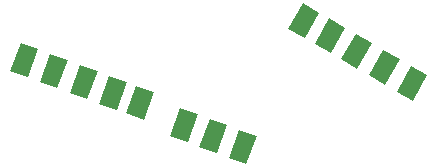
<source format=gtp>
G04 Layer: TopPasteMaskLayer*
G04 EasyEDA v6.5.3, 2022-04-30 06:46:22*
G04 ee3e3f8623474824adc305f6a8106e34,debd25b7e7f645e7808fdd9718494454,10*
G04 Gerber Generator version 0.2*
G04 Scale: 100 percent, Rotated: No, Reflected: No *
G04 Dimensions in millimeters *
G04 leading zeros omitted , absolute positions ,4 integer and 5 decimal *
%FSLAX45Y45*%
%MOMM*%

%ADD10C,0.0001*%

%LPD*%
G36*
X17149267Y4878428D02*
G01*
X17063760Y4643503D01*
X16915759Y4697371D01*
X17001266Y4932296D01*
G37*
G36*
X16902523Y4969144D02*
G01*
X16817017Y4734219D01*
X16669016Y4788087D01*
X16754523Y5023012D01*
G37*
G36*
X16648526Y5063484D02*
G01*
X16563019Y4828560D01*
X16415019Y4882428D01*
X16500525Y5117353D01*
G37*
G36*
X16398151Y5156014D02*
G01*
X16312644Y4921089D01*
X16164643Y4974958D01*
X16250150Y5209882D01*
G37*
G36*
X19001511Y5338643D02*
G01*
X18876510Y5122136D01*
X18740114Y5200886D01*
X18865115Y5417393D01*
G37*
G36*
X19227688Y5208567D02*
G01*
X19102687Y4992060D01*
X18966291Y5070812D01*
X19091292Y5287319D01*
G37*
G36*
X19458828Y5073947D02*
G01*
X19333827Y4857440D01*
X19197431Y4936192D01*
X19322432Y5152699D01*
G37*
G36*
X19695048Y4936787D02*
G01*
X19570047Y4720280D01*
X19433651Y4799032D01*
X19558652Y5015539D01*
G37*
G36*
X18248543Y4420382D02*
G01*
X18163037Y4185457D01*
X18015036Y4239326D01*
X18100542Y4474250D01*
G37*
G36*
X17998353Y4511822D02*
G01*
X17912847Y4276897D01*
X17764846Y4330766D01*
X17850352Y4565690D01*
G37*
G36*
X17750703Y4604532D02*
G01*
X17665197Y4369607D01*
X17517196Y4423476D01*
X17602702Y4658400D01*
G37*
G36*
X17377867Y4794971D02*
G01*
X17292360Y4560046D01*
X17144359Y4613915D01*
X17229866Y4848839D01*
G37*
G36*
X18780178Y5466425D02*
G01*
X18655177Y5249918D01*
X18518781Y5328671D01*
X18643782Y5545178D01*
G37*
M02*

</source>
